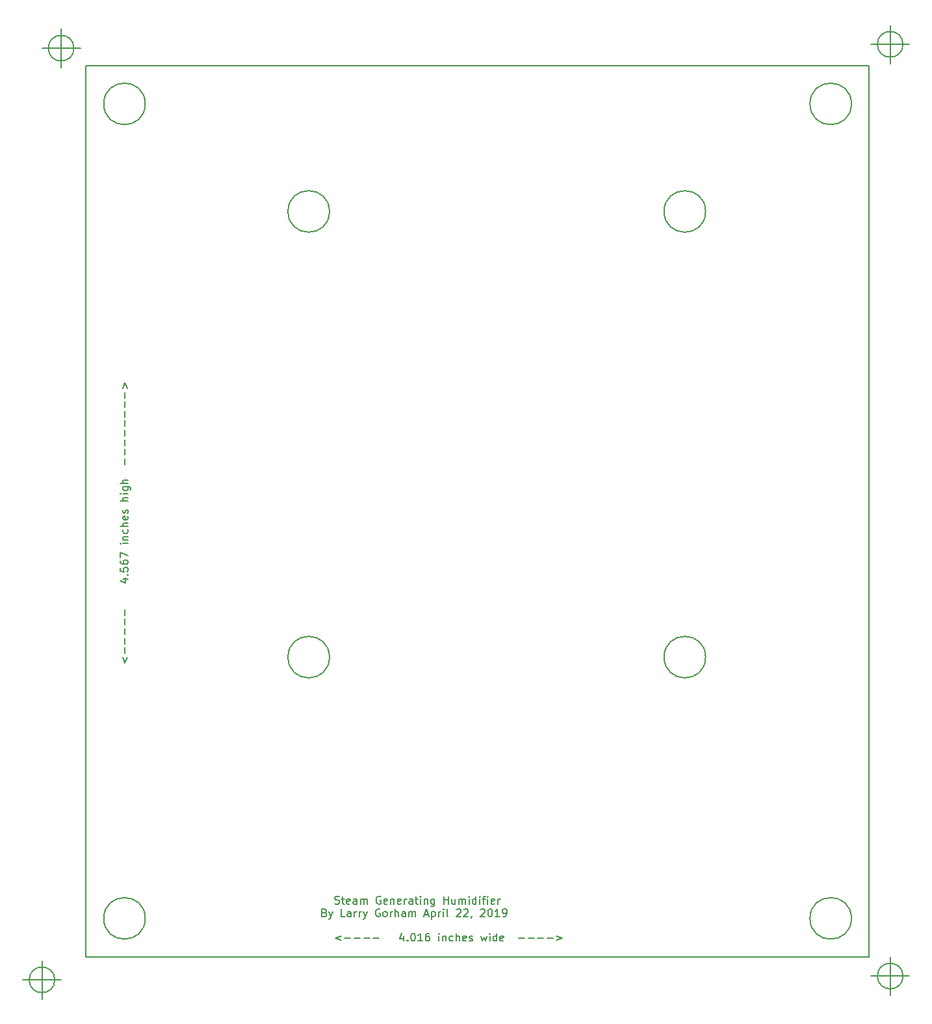
<source format=gbr>
%TF.GenerationSoftware,KiCad,Pcbnew,(5.1.0)-1*%
%TF.CreationDate,2019-04-24T14:24:49-04:00*%
%TF.ProjectId,SGschematic,53477363-6865-46d6-9174-69632e6b6963,rev?*%
%TF.SameCoordinates,Original*%
%TF.FileFunction,Other,Comment*%
%FSLAX46Y46*%
G04 Gerber Fmt 4.6, Leading zero omitted, Abs format (unit mm)*
G04 Created by KiCad (PCBNEW (5.1.0)-1) date 2019-04-24 14:24:49*
%MOMM*%
%LPD*%
G04 APERTURE LIST*
%ADD10C,0.150000*%
G04 APERTURE END LIST*
D10*
X44076666Y-165160000D02*
G75*
G03X44076666Y-165160000I-1666666J0D01*
G01*
X39910000Y-165160000D02*
X44910000Y-165160000D01*
X42410000Y-162660000D02*
X42410000Y-167660000D01*
X46576666Y-43910000D02*
G75*
G03X46576666Y-43910000I-1666666J0D01*
G01*
X42410000Y-43910000D02*
X47410000Y-43910000D01*
X44910000Y-41410000D02*
X44910000Y-46410000D01*
X154576666Y-43410000D02*
G75*
G03X154576666Y-43410000I-1666666J0D01*
G01*
X150410000Y-43410000D02*
X155410000Y-43410000D01*
X152910000Y-40910000D02*
X152910000Y-45910000D01*
X154576666Y-164660000D02*
G75*
G03X154576666Y-164660000I-1666666J0D01*
G01*
X150410000Y-164660000D02*
X155410000Y-164660000D01*
X152910000Y-162160000D02*
X152910000Y-167160000D01*
X52945714Y-123136190D02*
X53231428Y-123898095D01*
X53517142Y-123136190D01*
X53231428Y-122660000D02*
X53231428Y-121898095D01*
X53231428Y-121421904D02*
X53231428Y-120660000D01*
X53231428Y-120183809D02*
X53231428Y-119421904D01*
X53231428Y-118945714D02*
X53231428Y-118183809D01*
X53231428Y-117707619D02*
X53231428Y-116945714D01*
X52945714Y-112993333D02*
X53612380Y-112993333D01*
X52564761Y-113231428D02*
X53279047Y-113469523D01*
X53279047Y-112850476D01*
X53517142Y-112469523D02*
X53564761Y-112421904D01*
X53612380Y-112469523D01*
X53564761Y-112517142D01*
X53517142Y-112469523D01*
X53612380Y-112469523D01*
X52612380Y-111517142D02*
X52612380Y-111993333D01*
X53088571Y-112040952D01*
X53040952Y-111993333D01*
X52993333Y-111898095D01*
X52993333Y-111660000D01*
X53040952Y-111564761D01*
X53088571Y-111517142D01*
X53183809Y-111469523D01*
X53421904Y-111469523D01*
X53517142Y-111517142D01*
X53564761Y-111564761D01*
X53612380Y-111660000D01*
X53612380Y-111898095D01*
X53564761Y-111993333D01*
X53517142Y-112040952D01*
X52612380Y-110612380D02*
X52612380Y-110802857D01*
X52660000Y-110898095D01*
X52707619Y-110945714D01*
X52850476Y-111040952D01*
X53040952Y-111088571D01*
X53421904Y-111088571D01*
X53517142Y-111040952D01*
X53564761Y-110993333D01*
X53612380Y-110898095D01*
X53612380Y-110707619D01*
X53564761Y-110612380D01*
X53517142Y-110564761D01*
X53421904Y-110517142D01*
X53183809Y-110517142D01*
X53088571Y-110564761D01*
X53040952Y-110612380D01*
X52993333Y-110707619D01*
X52993333Y-110898095D01*
X53040952Y-110993333D01*
X53088571Y-111040952D01*
X53183809Y-111088571D01*
X52612380Y-110183809D02*
X52612380Y-109517142D01*
X53612380Y-109945714D01*
X53612380Y-108374285D02*
X52945714Y-108374285D01*
X52612380Y-108374285D02*
X52660000Y-108421904D01*
X52707619Y-108374285D01*
X52660000Y-108326666D01*
X52612380Y-108374285D01*
X52707619Y-108374285D01*
X52945714Y-107898095D02*
X53612380Y-107898095D01*
X53040952Y-107898095D02*
X52993333Y-107850476D01*
X52945714Y-107755238D01*
X52945714Y-107612380D01*
X52993333Y-107517142D01*
X53088571Y-107469523D01*
X53612380Y-107469523D01*
X53564761Y-106564761D02*
X53612380Y-106660000D01*
X53612380Y-106850476D01*
X53564761Y-106945714D01*
X53517142Y-106993333D01*
X53421904Y-107040952D01*
X53136190Y-107040952D01*
X53040952Y-106993333D01*
X52993333Y-106945714D01*
X52945714Y-106850476D01*
X52945714Y-106660000D01*
X52993333Y-106564761D01*
X53612380Y-106136190D02*
X52612380Y-106136190D01*
X53612380Y-105707619D02*
X53088571Y-105707619D01*
X52993333Y-105755238D01*
X52945714Y-105850476D01*
X52945714Y-105993333D01*
X52993333Y-106088571D01*
X53040952Y-106136190D01*
X53564761Y-104850476D02*
X53612380Y-104945714D01*
X53612380Y-105136190D01*
X53564761Y-105231428D01*
X53469523Y-105279047D01*
X53088571Y-105279047D01*
X52993333Y-105231428D01*
X52945714Y-105136190D01*
X52945714Y-104945714D01*
X52993333Y-104850476D01*
X53088571Y-104802857D01*
X53183809Y-104802857D01*
X53279047Y-105279047D01*
X53564761Y-104421904D02*
X53612380Y-104326666D01*
X53612380Y-104136190D01*
X53564761Y-104040952D01*
X53469523Y-103993333D01*
X53421904Y-103993333D01*
X53326666Y-104040952D01*
X53279047Y-104136190D01*
X53279047Y-104279047D01*
X53231428Y-104374285D01*
X53136190Y-104421904D01*
X53088571Y-104421904D01*
X52993333Y-104374285D01*
X52945714Y-104279047D01*
X52945714Y-104136190D01*
X52993333Y-104040952D01*
X53612380Y-102802857D02*
X52612380Y-102802857D01*
X53612380Y-102374285D02*
X53088571Y-102374285D01*
X52993333Y-102421904D01*
X52945714Y-102517142D01*
X52945714Y-102660000D01*
X52993333Y-102755238D01*
X53040952Y-102802857D01*
X53612380Y-101898095D02*
X52945714Y-101898095D01*
X52612380Y-101898095D02*
X52660000Y-101945714D01*
X52707619Y-101898095D01*
X52660000Y-101850476D01*
X52612380Y-101898095D01*
X52707619Y-101898095D01*
X52945714Y-100993333D02*
X53755238Y-100993333D01*
X53850476Y-101040952D01*
X53898095Y-101088571D01*
X53945714Y-101183809D01*
X53945714Y-101326666D01*
X53898095Y-101421904D01*
X53564761Y-100993333D02*
X53612380Y-101088571D01*
X53612380Y-101279047D01*
X53564761Y-101374285D01*
X53517142Y-101421904D01*
X53421904Y-101469523D01*
X53136190Y-101469523D01*
X53040952Y-101421904D01*
X52993333Y-101374285D01*
X52945714Y-101279047D01*
X52945714Y-101088571D01*
X52993333Y-100993333D01*
X53612380Y-100517142D02*
X52612380Y-100517142D01*
X53612380Y-100088571D02*
X53088571Y-100088571D01*
X52993333Y-100136190D01*
X52945714Y-100231428D01*
X52945714Y-100374285D01*
X52993333Y-100469523D01*
X53040952Y-100517142D01*
X53231428Y-98088571D02*
X53231428Y-97326666D01*
X53231428Y-96850476D02*
X53231428Y-96088571D01*
X53231428Y-95612380D02*
X53231428Y-94850476D01*
X53231428Y-94374285D02*
X53231428Y-93612380D01*
X53231428Y-93136190D02*
X53231428Y-92374285D01*
X53231428Y-91898095D02*
X53231428Y-91136190D01*
X53231428Y-90660000D02*
X53231428Y-89898095D01*
X53231428Y-89421904D02*
X53231428Y-88660000D01*
X52945714Y-88183809D02*
X53231428Y-87421904D01*
X53517142Y-88183809D01*
X81362380Y-159445714D02*
X80600476Y-159731428D01*
X81362380Y-160017142D01*
X81838571Y-159731428D02*
X82600476Y-159731428D01*
X83076666Y-159731428D02*
X83838571Y-159731428D01*
X84314761Y-159731428D02*
X85076666Y-159731428D01*
X85552857Y-159731428D02*
X86314761Y-159731428D01*
X89505238Y-159445714D02*
X89505238Y-160112380D01*
X89267142Y-159064761D02*
X89029047Y-159779047D01*
X89648095Y-159779047D01*
X90029047Y-160017142D02*
X90076666Y-160064761D01*
X90029047Y-160112380D01*
X89981428Y-160064761D01*
X90029047Y-160017142D01*
X90029047Y-160112380D01*
X90695714Y-159112380D02*
X90790952Y-159112380D01*
X90886190Y-159160000D01*
X90933809Y-159207619D01*
X90981428Y-159302857D01*
X91029047Y-159493333D01*
X91029047Y-159731428D01*
X90981428Y-159921904D01*
X90933809Y-160017142D01*
X90886190Y-160064761D01*
X90790952Y-160112380D01*
X90695714Y-160112380D01*
X90600476Y-160064761D01*
X90552857Y-160017142D01*
X90505238Y-159921904D01*
X90457619Y-159731428D01*
X90457619Y-159493333D01*
X90505238Y-159302857D01*
X90552857Y-159207619D01*
X90600476Y-159160000D01*
X90695714Y-159112380D01*
X91981428Y-160112380D02*
X91410000Y-160112380D01*
X91695714Y-160112380D02*
X91695714Y-159112380D01*
X91600476Y-159255238D01*
X91505238Y-159350476D01*
X91410000Y-159398095D01*
X92838571Y-159112380D02*
X92648095Y-159112380D01*
X92552857Y-159160000D01*
X92505238Y-159207619D01*
X92410000Y-159350476D01*
X92362380Y-159540952D01*
X92362380Y-159921904D01*
X92410000Y-160017142D01*
X92457619Y-160064761D01*
X92552857Y-160112380D01*
X92743333Y-160112380D01*
X92838571Y-160064761D01*
X92886190Y-160017142D01*
X92933809Y-159921904D01*
X92933809Y-159683809D01*
X92886190Y-159588571D01*
X92838571Y-159540952D01*
X92743333Y-159493333D01*
X92552857Y-159493333D01*
X92457619Y-159540952D01*
X92410000Y-159588571D01*
X92362380Y-159683809D01*
X94124285Y-160112380D02*
X94124285Y-159445714D01*
X94124285Y-159112380D02*
X94076666Y-159160000D01*
X94124285Y-159207619D01*
X94171904Y-159160000D01*
X94124285Y-159112380D01*
X94124285Y-159207619D01*
X94600476Y-159445714D02*
X94600476Y-160112380D01*
X94600476Y-159540952D02*
X94648095Y-159493333D01*
X94743333Y-159445714D01*
X94886190Y-159445714D01*
X94981428Y-159493333D01*
X95029047Y-159588571D01*
X95029047Y-160112380D01*
X95933809Y-160064761D02*
X95838571Y-160112380D01*
X95648095Y-160112380D01*
X95552857Y-160064761D01*
X95505238Y-160017142D01*
X95457619Y-159921904D01*
X95457619Y-159636190D01*
X95505238Y-159540952D01*
X95552857Y-159493333D01*
X95648095Y-159445714D01*
X95838571Y-159445714D01*
X95933809Y-159493333D01*
X96362380Y-160112380D02*
X96362380Y-159112380D01*
X96790952Y-160112380D02*
X96790952Y-159588571D01*
X96743333Y-159493333D01*
X96648095Y-159445714D01*
X96505238Y-159445714D01*
X96410000Y-159493333D01*
X96362380Y-159540952D01*
X97648095Y-160064761D02*
X97552857Y-160112380D01*
X97362380Y-160112380D01*
X97267142Y-160064761D01*
X97219523Y-159969523D01*
X97219523Y-159588571D01*
X97267142Y-159493333D01*
X97362380Y-159445714D01*
X97552857Y-159445714D01*
X97648095Y-159493333D01*
X97695714Y-159588571D01*
X97695714Y-159683809D01*
X97219523Y-159779047D01*
X98076666Y-160064761D02*
X98171904Y-160112380D01*
X98362380Y-160112380D01*
X98457619Y-160064761D01*
X98505238Y-159969523D01*
X98505238Y-159921904D01*
X98457619Y-159826666D01*
X98362380Y-159779047D01*
X98219523Y-159779047D01*
X98124285Y-159731428D01*
X98076666Y-159636190D01*
X98076666Y-159588571D01*
X98124285Y-159493333D01*
X98219523Y-159445714D01*
X98362380Y-159445714D01*
X98457619Y-159493333D01*
X99600476Y-159445714D02*
X99790952Y-160112380D01*
X99981428Y-159636190D01*
X100171904Y-160112380D01*
X100362380Y-159445714D01*
X100743333Y-160112380D02*
X100743333Y-159445714D01*
X100743333Y-159112380D02*
X100695714Y-159160000D01*
X100743333Y-159207619D01*
X100790952Y-159160000D01*
X100743333Y-159112380D01*
X100743333Y-159207619D01*
X101648095Y-160112380D02*
X101648095Y-159112380D01*
X101648095Y-160064761D02*
X101552857Y-160112380D01*
X101362380Y-160112380D01*
X101267142Y-160064761D01*
X101219523Y-160017142D01*
X101171904Y-159921904D01*
X101171904Y-159636190D01*
X101219523Y-159540952D01*
X101267142Y-159493333D01*
X101362380Y-159445714D01*
X101552857Y-159445714D01*
X101648095Y-159493333D01*
X102505238Y-160064761D02*
X102410000Y-160112380D01*
X102219523Y-160112380D01*
X102124285Y-160064761D01*
X102076666Y-159969523D01*
X102076666Y-159588571D01*
X102124285Y-159493333D01*
X102219523Y-159445714D01*
X102410000Y-159445714D01*
X102505238Y-159493333D01*
X102552857Y-159588571D01*
X102552857Y-159683809D01*
X102076666Y-159779047D01*
X104505238Y-159731428D02*
X105267142Y-159731428D01*
X105743333Y-159731428D02*
X106505238Y-159731428D01*
X106981428Y-159731428D02*
X107743333Y-159731428D01*
X108219523Y-159731428D02*
X108981428Y-159731428D01*
X109457619Y-159445714D02*
X110219523Y-159731428D01*
X109457619Y-160017142D01*
X80576666Y-155239761D02*
X80719523Y-155287380D01*
X80957619Y-155287380D01*
X81052857Y-155239761D01*
X81100476Y-155192142D01*
X81148095Y-155096904D01*
X81148095Y-155001666D01*
X81100476Y-154906428D01*
X81052857Y-154858809D01*
X80957619Y-154811190D01*
X80767142Y-154763571D01*
X80671904Y-154715952D01*
X80624285Y-154668333D01*
X80576666Y-154573095D01*
X80576666Y-154477857D01*
X80624285Y-154382619D01*
X80671904Y-154335000D01*
X80767142Y-154287380D01*
X81005238Y-154287380D01*
X81148095Y-154335000D01*
X81433809Y-154620714D02*
X81814761Y-154620714D01*
X81576666Y-154287380D02*
X81576666Y-155144523D01*
X81624285Y-155239761D01*
X81719523Y-155287380D01*
X81814761Y-155287380D01*
X82529047Y-155239761D02*
X82433809Y-155287380D01*
X82243333Y-155287380D01*
X82148095Y-155239761D01*
X82100476Y-155144523D01*
X82100476Y-154763571D01*
X82148095Y-154668333D01*
X82243333Y-154620714D01*
X82433809Y-154620714D01*
X82529047Y-154668333D01*
X82576666Y-154763571D01*
X82576666Y-154858809D01*
X82100476Y-154954047D01*
X83433809Y-155287380D02*
X83433809Y-154763571D01*
X83386190Y-154668333D01*
X83290952Y-154620714D01*
X83100476Y-154620714D01*
X83005238Y-154668333D01*
X83433809Y-155239761D02*
X83338571Y-155287380D01*
X83100476Y-155287380D01*
X83005238Y-155239761D01*
X82957619Y-155144523D01*
X82957619Y-155049285D01*
X83005238Y-154954047D01*
X83100476Y-154906428D01*
X83338571Y-154906428D01*
X83433809Y-154858809D01*
X83910000Y-155287380D02*
X83910000Y-154620714D01*
X83910000Y-154715952D02*
X83957619Y-154668333D01*
X84052857Y-154620714D01*
X84195714Y-154620714D01*
X84290952Y-154668333D01*
X84338571Y-154763571D01*
X84338571Y-155287380D01*
X84338571Y-154763571D02*
X84386190Y-154668333D01*
X84481428Y-154620714D01*
X84624285Y-154620714D01*
X84719523Y-154668333D01*
X84767142Y-154763571D01*
X84767142Y-155287380D01*
X86529047Y-154335000D02*
X86433809Y-154287380D01*
X86290952Y-154287380D01*
X86148095Y-154335000D01*
X86052857Y-154430238D01*
X86005238Y-154525476D01*
X85957619Y-154715952D01*
X85957619Y-154858809D01*
X86005238Y-155049285D01*
X86052857Y-155144523D01*
X86148095Y-155239761D01*
X86290952Y-155287380D01*
X86386190Y-155287380D01*
X86529047Y-155239761D01*
X86576666Y-155192142D01*
X86576666Y-154858809D01*
X86386190Y-154858809D01*
X87386190Y-155239761D02*
X87290952Y-155287380D01*
X87100476Y-155287380D01*
X87005238Y-155239761D01*
X86957619Y-155144523D01*
X86957619Y-154763571D01*
X87005238Y-154668333D01*
X87100476Y-154620714D01*
X87290952Y-154620714D01*
X87386190Y-154668333D01*
X87433809Y-154763571D01*
X87433809Y-154858809D01*
X86957619Y-154954047D01*
X87862380Y-154620714D02*
X87862380Y-155287380D01*
X87862380Y-154715952D02*
X87910000Y-154668333D01*
X88005238Y-154620714D01*
X88148095Y-154620714D01*
X88243333Y-154668333D01*
X88290952Y-154763571D01*
X88290952Y-155287380D01*
X89148095Y-155239761D02*
X89052857Y-155287380D01*
X88862380Y-155287380D01*
X88767142Y-155239761D01*
X88719523Y-155144523D01*
X88719523Y-154763571D01*
X88767142Y-154668333D01*
X88862380Y-154620714D01*
X89052857Y-154620714D01*
X89148095Y-154668333D01*
X89195714Y-154763571D01*
X89195714Y-154858809D01*
X88719523Y-154954047D01*
X89624285Y-155287380D02*
X89624285Y-154620714D01*
X89624285Y-154811190D02*
X89671904Y-154715952D01*
X89719523Y-154668333D01*
X89814761Y-154620714D01*
X89910000Y-154620714D01*
X90671904Y-155287380D02*
X90671904Y-154763571D01*
X90624285Y-154668333D01*
X90529047Y-154620714D01*
X90338571Y-154620714D01*
X90243333Y-154668333D01*
X90671904Y-155239761D02*
X90576666Y-155287380D01*
X90338571Y-155287380D01*
X90243333Y-155239761D01*
X90195714Y-155144523D01*
X90195714Y-155049285D01*
X90243333Y-154954047D01*
X90338571Y-154906428D01*
X90576666Y-154906428D01*
X90671904Y-154858809D01*
X91005238Y-154620714D02*
X91386190Y-154620714D01*
X91148095Y-154287380D02*
X91148095Y-155144523D01*
X91195714Y-155239761D01*
X91290952Y-155287380D01*
X91386190Y-155287380D01*
X91719523Y-155287380D02*
X91719523Y-154620714D01*
X91719523Y-154287380D02*
X91671904Y-154335000D01*
X91719523Y-154382619D01*
X91767142Y-154335000D01*
X91719523Y-154287380D01*
X91719523Y-154382619D01*
X92195714Y-154620714D02*
X92195714Y-155287380D01*
X92195714Y-154715952D02*
X92243333Y-154668333D01*
X92338571Y-154620714D01*
X92481428Y-154620714D01*
X92576666Y-154668333D01*
X92624285Y-154763571D01*
X92624285Y-155287380D01*
X93529047Y-154620714D02*
X93529047Y-155430238D01*
X93481428Y-155525476D01*
X93433809Y-155573095D01*
X93338571Y-155620714D01*
X93195714Y-155620714D01*
X93100476Y-155573095D01*
X93529047Y-155239761D02*
X93433809Y-155287380D01*
X93243333Y-155287380D01*
X93148095Y-155239761D01*
X93100476Y-155192142D01*
X93052857Y-155096904D01*
X93052857Y-154811190D01*
X93100476Y-154715952D01*
X93148095Y-154668333D01*
X93243333Y-154620714D01*
X93433809Y-154620714D01*
X93529047Y-154668333D01*
X94767142Y-155287380D02*
X94767142Y-154287380D01*
X94767142Y-154763571D02*
X95338571Y-154763571D01*
X95338571Y-155287380D02*
X95338571Y-154287380D01*
X96243333Y-154620714D02*
X96243333Y-155287380D01*
X95814761Y-154620714D02*
X95814761Y-155144523D01*
X95862380Y-155239761D01*
X95957619Y-155287380D01*
X96100476Y-155287380D01*
X96195714Y-155239761D01*
X96243333Y-155192142D01*
X96719523Y-155287380D02*
X96719523Y-154620714D01*
X96719523Y-154715952D02*
X96767142Y-154668333D01*
X96862380Y-154620714D01*
X97005238Y-154620714D01*
X97100476Y-154668333D01*
X97148095Y-154763571D01*
X97148095Y-155287380D01*
X97148095Y-154763571D02*
X97195714Y-154668333D01*
X97290952Y-154620714D01*
X97433809Y-154620714D01*
X97529047Y-154668333D01*
X97576666Y-154763571D01*
X97576666Y-155287380D01*
X98052857Y-155287380D02*
X98052857Y-154620714D01*
X98052857Y-154287380D02*
X98005238Y-154335000D01*
X98052857Y-154382619D01*
X98100476Y-154335000D01*
X98052857Y-154287380D01*
X98052857Y-154382619D01*
X98957619Y-155287380D02*
X98957619Y-154287380D01*
X98957619Y-155239761D02*
X98862380Y-155287380D01*
X98671904Y-155287380D01*
X98576666Y-155239761D01*
X98529047Y-155192142D01*
X98481428Y-155096904D01*
X98481428Y-154811190D01*
X98529047Y-154715952D01*
X98576666Y-154668333D01*
X98671904Y-154620714D01*
X98862380Y-154620714D01*
X98957619Y-154668333D01*
X99433809Y-155287380D02*
X99433809Y-154620714D01*
X99433809Y-154287380D02*
X99386190Y-154335000D01*
X99433809Y-154382619D01*
X99481428Y-154335000D01*
X99433809Y-154287380D01*
X99433809Y-154382619D01*
X99767142Y-154620714D02*
X100148095Y-154620714D01*
X99910000Y-155287380D02*
X99910000Y-154430238D01*
X99957619Y-154335000D01*
X100052857Y-154287380D01*
X100148095Y-154287380D01*
X100481428Y-155287380D02*
X100481428Y-154620714D01*
X100481428Y-154287380D02*
X100433809Y-154335000D01*
X100481428Y-154382619D01*
X100529047Y-154335000D01*
X100481428Y-154287380D01*
X100481428Y-154382619D01*
X101338571Y-155239761D02*
X101243333Y-155287380D01*
X101052857Y-155287380D01*
X100957619Y-155239761D01*
X100910000Y-155144523D01*
X100910000Y-154763571D01*
X100957619Y-154668333D01*
X101052857Y-154620714D01*
X101243333Y-154620714D01*
X101338571Y-154668333D01*
X101386190Y-154763571D01*
X101386190Y-154858809D01*
X100910000Y-154954047D01*
X101814761Y-155287380D02*
X101814761Y-154620714D01*
X101814761Y-154811190D02*
X101862380Y-154715952D01*
X101910000Y-154668333D01*
X102005238Y-154620714D01*
X102100476Y-154620714D01*
X79219523Y-156413571D02*
X79362380Y-156461190D01*
X79410000Y-156508809D01*
X79457619Y-156604047D01*
X79457619Y-156746904D01*
X79410000Y-156842142D01*
X79362380Y-156889761D01*
X79267142Y-156937380D01*
X78886190Y-156937380D01*
X78886190Y-155937380D01*
X79219523Y-155937380D01*
X79314761Y-155985000D01*
X79362380Y-156032619D01*
X79410000Y-156127857D01*
X79410000Y-156223095D01*
X79362380Y-156318333D01*
X79314761Y-156365952D01*
X79219523Y-156413571D01*
X78886190Y-156413571D01*
X79790952Y-156270714D02*
X80029047Y-156937380D01*
X80267142Y-156270714D02*
X80029047Y-156937380D01*
X79933809Y-157175476D01*
X79886190Y-157223095D01*
X79790952Y-157270714D01*
X81886190Y-156937380D02*
X81410000Y-156937380D01*
X81410000Y-155937380D01*
X82648095Y-156937380D02*
X82648095Y-156413571D01*
X82600476Y-156318333D01*
X82505238Y-156270714D01*
X82314761Y-156270714D01*
X82219523Y-156318333D01*
X82648095Y-156889761D02*
X82552857Y-156937380D01*
X82314761Y-156937380D01*
X82219523Y-156889761D01*
X82171904Y-156794523D01*
X82171904Y-156699285D01*
X82219523Y-156604047D01*
X82314761Y-156556428D01*
X82552857Y-156556428D01*
X82648095Y-156508809D01*
X83124285Y-156937380D02*
X83124285Y-156270714D01*
X83124285Y-156461190D02*
X83171904Y-156365952D01*
X83219523Y-156318333D01*
X83314761Y-156270714D01*
X83410000Y-156270714D01*
X83743333Y-156937380D02*
X83743333Y-156270714D01*
X83743333Y-156461190D02*
X83790952Y-156365952D01*
X83838571Y-156318333D01*
X83933809Y-156270714D01*
X84029047Y-156270714D01*
X84267142Y-156270714D02*
X84505238Y-156937380D01*
X84743333Y-156270714D02*
X84505238Y-156937380D01*
X84410000Y-157175476D01*
X84362380Y-157223095D01*
X84267142Y-157270714D01*
X86410000Y-155985000D02*
X86314761Y-155937380D01*
X86171904Y-155937380D01*
X86029047Y-155985000D01*
X85933809Y-156080238D01*
X85886190Y-156175476D01*
X85838571Y-156365952D01*
X85838571Y-156508809D01*
X85886190Y-156699285D01*
X85933809Y-156794523D01*
X86029047Y-156889761D01*
X86171904Y-156937380D01*
X86267142Y-156937380D01*
X86410000Y-156889761D01*
X86457619Y-156842142D01*
X86457619Y-156508809D01*
X86267142Y-156508809D01*
X87029047Y-156937380D02*
X86933809Y-156889761D01*
X86886190Y-156842142D01*
X86838571Y-156746904D01*
X86838571Y-156461190D01*
X86886190Y-156365952D01*
X86933809Y-156318333D01*
X87029047Y-156270714D01*
X87171904Y-156270714D01*
X87267142Y-156318333D01*
X87314761Y-156365952D01*
X87362380Y-156461190D01*
X87362380Y-156746904D01*
X87314761Y-156842142D01*
X87267142Y-156889761D01*
X87171904Y-156937380D01*
X87029047Y-156937380D01*
X87790952Y-156937380D02*
X87790952Y-156270714D01*
X87790952Y-156461190D02*
X87838571Y-156365952D01*
X87886190Y-156318333D01*
X87981428Y-156270714D01*
X88076666Y-156270714D01*
X88410000Y-156937380D02*
X88410000Y-155937380D01*
X88838571Y-156937380D02*
X88838571Y-156413571D01*
X88790952Y-156318333D01*
X88695714Y-156270714D01*
X88552857Y-156270714D01*
X88457619Y-156318333D01*
X88410000Y-156365952D01*
X89743333Y-156937380D02*
X89743333Y-156413571D01*
X89695714Y-156318333D01*
X89600476Y-156270714D01*
X89410000Y-156270714D01*
X89314761Y-156318333D01*
X89743333Y-156889761D02*
X89648095Y-156937380D01*
X89410000Y-156937380D01*
X89314761Y-156889761D01*
X89267142Y-156794523D01*
X89267142Y-156699285D01*
X89314761Y-156604047D01*
X89410000Y-156556428D01*
X89648095Y-156556428D01*
X89743333Y-156508809D01*
X90219523Y-156937380D02*
X90219523Y-156270714D01*
X90219523Y-156365952D02*
X90267142Y-156318333D01*
X90362380Y-156270714D01*
X90505238Y-156270714D01*
X90600476Y-156318333D01*
X90648095Y-156413571D01*
X90648095Y-156937380D01*
X90648095Y-156413571D02*
X90695714Y-156318333D01*
X90790952Y-156270714D01*
X90933809Y-156270714D01*
X91029047Y-156318333D01*
X91076666Y-156413571D01*
X91076666Y-156937380D01*
X92267142Y-156651666D02*
X92743333Y-156651666D01*
X92171904Y-156937380D02*
X92505238Y-155937380D01*
X92838571Y-156937380D01*
X93171904Y-156270714D02*
X93171904Y-157270714D01*
X93171904Y-156318333D02*
X93267142Y-156270714D01*
X93457619Y-156270714D01*
X93552857Y-156318333D01*
X93600476Y-156365952D01*
X93648095Y-156461190D01*
X93648095Y-156746904D01*
X93600476Y-156842142D01*
X93552857Y-156889761D01*
X93457619Y-156937380D01*
X93267142Y-156937380D01*
X93171904Y-156889761D01*
X94076666Y-156937380D02*
X94076666Y-156270714D01*
X94076666Y-156461190D02*
X94124285Y-156365952D01*
X94171904Y-156318333D01*
X94267142Y-156270714D01*
X94362380Y-156270714D01*
X94695714Y-156937380D02*
X94695714Y-156270714D01*
X94695714Y-155937380D02*
X94648095Y-155985000D01*
X94695714Y-156032619D01*
X94743333Y-155985000D01*
X94695714Y-155937380D01*
X94695714Y-156032619D01*
X95314761Y-156937380D02*
X95219523Y-156889761D01*
X95171904Y-156794523D01*
X95171904Y-155937380D01*
X96410000Y-156032619D02*
X96457619Y-155985000D01*
X96552857Y-155937380D01*
X96790952Y-155937380D01*
X96886190Y-155985000D01*
X96933809Y-156032619D01*
X96981428Y-156127857D01*
X96981428Y-156223095D01*
X96933809Y-156365952D01*
X96362380Y-156937380D01*
X96981428Y-156937380D01*
X97362380Y-156032619D02*
X97410000Y-155985000D01*
X97505238Y-155937380D01*
X97743333Y-155937380D01*
X97838571Y-155985000D01*
X97886190Y-156032619D01*
X97933809Y-156127857D01*
X97933809Y-156223095D01*
X97886190Y-156365952D01*
X97314761Y-156937380D01*
X97933809Y-156937380D01*
X98410000Y-156889761D02*
X98410000Y-156937380D01*
X98362380Y-157032619D01*
X98314761Y-157080238D01*
X99552857Y-156032619D02*
X99600476Y-155985000D01*
X99695714Y-155937380D01*
X99933809Y-155937380D01*
X100029047Y-155985000D01*
X100076666Y-156032619D01*
X100124285Y-156127857D01*
X100124285Y-156223095D01*
X100076666Y-156365952D01*
X99505238Y-156937380D01*
X100124285Y-156937380D01*
X100743333Y-155937380D02*
X100838571Y-155937380D01*
X100933809Y-155985000D01*
X100981428Y-156032619D01*
X101029047Y-156127857D01*
X101076666Y-156318333D01*
X101076666Y-156556428D01*
X101029047Y-156746904D01*
X100981428Y-156842142D01*
X100933809Y-156889761D01*
X100838571Y-156937380D01*
X100743333Y-156937380D01*
X100648095Y-156889761D01*
X100600476Y-156842142D01*
X100552857Y-156746904D01*
X100505238Y-156556428D01*
X100505238Y-156318333D01*
X100552857Y-156127857D01*
X100600476Y-156032619D01*
X100648095Y-155985000D01*
X100743333Y-155937380D01*
X102029047Y-156937380D02*
X101457619Y-156937380D01*
X101743333Y-156937380D02*
X101743333Y-155937380D01*
X101648095Y-156080238D01*
X101552857Y-156175476D01*
X101457619Y-156223095D01*
X102505238Y-156937380D02*
X102695714Y-156937380D01*
X102790952Y-156889761D01*
X102838571Y-156842142D01*
X102933809Y-156699285D01*
X102981428Y-156508809D01*
X102981428Y-156127857D01*
X102933809Y-156032619D01*
X102886190Y-155985000D01*
X102790952Y-155937380D01*
X102600476Y-155937380D01*
X102505238Y-155985000D01*
X102457619Y-156032619D01*
X102410000Y-156127857D01*
X102410000Y-156365952D01*
X102457619Y-156461190D01*
X102505238Y-156508809D01*
X102600476Y-156556428D01*
X102790952Y-156556428D01*
X102886190Y-156508809D01*
X102933809Y-156461190D01*
X102981428Y-156365952D01*
X48160000Y-162160000D02*
X48160000Y-46160000D01*
X150160000Y-162160000D02*
X48160000Y-162160000D01*
X150160000Y-46160000D02*
X150160000Y-162160000D01*
X48160000Y-46160000D02*
X150160000Y-46160000D01*
X79860000Y-123160000D02*
G75*
G03X79860000Y-123160000I-2700000J0D01*
G01*
X147860000Y-157160000D02*
G75*
G03X147860000Y-157160000I-2700000J0D01*
G01*
X147860000Y-51160000D02*
G75*
G03X147860000Y-51160000I-2700000J0D01*
G01*
X55860000Y-157160000D02*
G75*
G03X55860000Y-157160000I-2700000J0D01*
G01*
X128860000Y-123160000D02*
G75*
G03X128860000Y-123160000I-2700000J0D01*
G01*
X128860000Y-65160000D02*
G75*
G03X128860000Y-65160000I-2700000J0D01*
G01*
X55860000Y-51160000D02*
G75*
G03X55860000Y-51160000I-2700000J0D01*
G01*
X79860000Y-65160000D02*
G75*
G03X79860000Y-65160000I-2700000J0D01*
G01*
M02*

</source>
